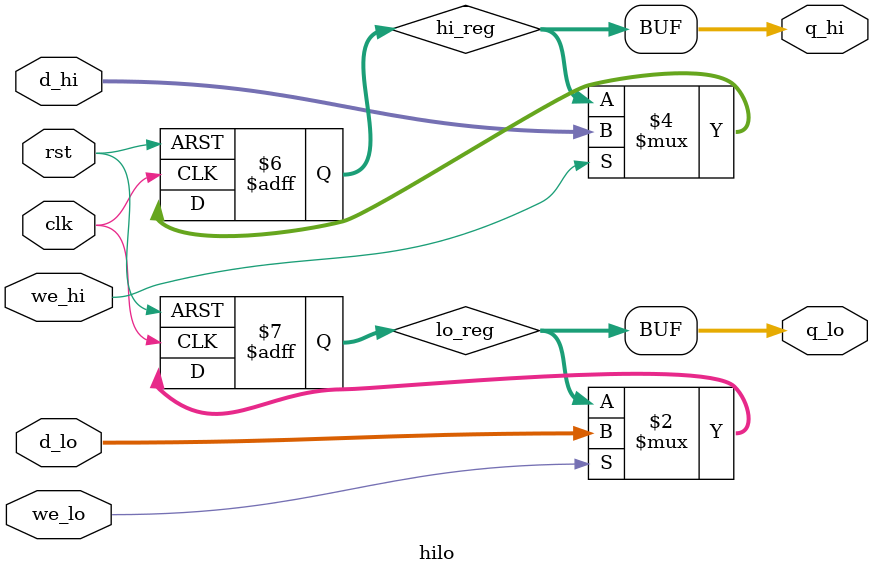
<source format=v>
module hilo (
        input  wire        clk,
        input  wire        rst,
        input  wire        we_hi,
        input  wire        we_lo,
        input  wire [31:0] d_hi,
        input  wire [31:0] d_lo,
        output wire [31:0] q_hi,
        output wire [31:0] q_lo
    );

    reg [31:0] hi_reg;
    reg [31:0] lo_reg;

    always @ (posedge clk, posedge rst) begin
        if (rst) begin
            hi_reg <= 32'h0;
            lo_reg <= 32'h0;
        end
        else begin
            if (we_hi) hi_reg <= d_hi;
            if (we_lo) lo_reg <= d_lo;
        end
    end

    assign q_hi = hi_reg;
    assign q_lo = lo_reg;

endmodule
</source>
